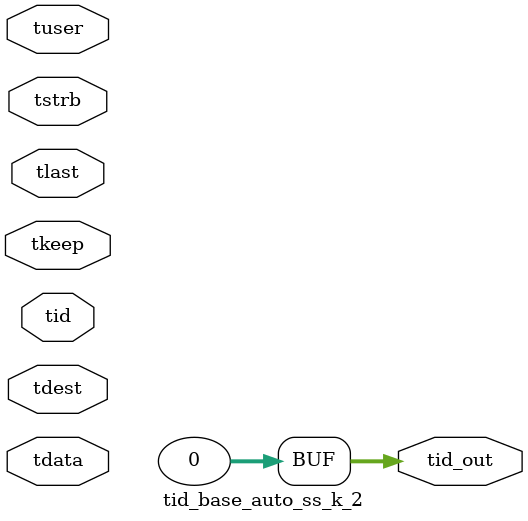
<source format=v>


`timescale 1ps/1ps

module tid_base_auto_ss_k_2 #
(
parameter C_S_AXIS_TID_WIDTH   = 1,
parameter C_S_AXIS_TUSER_WIDTH = 0,
parameter C_S_AXIS_TDATA_WIDTH = 0,
parameter C_S_AXIS_TDEST_WIDTH = 0,
parameter C_M_AXIS_TID_WIDTH   = 32
)
(
input  [(C_S_AXIS_TID_WIDTH   == 0 ? 1 : C_S_AXIS_TID_WIDTH)-1:0       ] tid,
input  [(C_S_AXIS_TDATA_WIDTH == 0 ? 1 : C_S_AXIS_TDATA_WIDTH)-1:0     ] tdata,
input  [(C_S_AXIS_TUSER_WIDTH == 0 ? 1 : C_S_AXIS_TUSER_WIDTH)-1:0     ] tuser,
input  [(C_S_AXIS_TDEST_WIDTH == 0 ? 1 : C_S_AXIS_TDEST_WIDTH)-1:0     ] tdest,
input  [(C_S_AXIS_TDATA_WIDTH/8)-1:0 ] tkeep,
input  [(C_S_AXIS_TDATA_WIDTH/8)-1:0 ] tstrb,
input                                                                    tlast,
output [(C_M_AXIS_TID_WIDTH   == 0 ? 1 : C_M_AXIS_TID_WIDTH)-1:0       ] tid_out
);

assign tid_out = {1'b0};

endmodule


</source>
